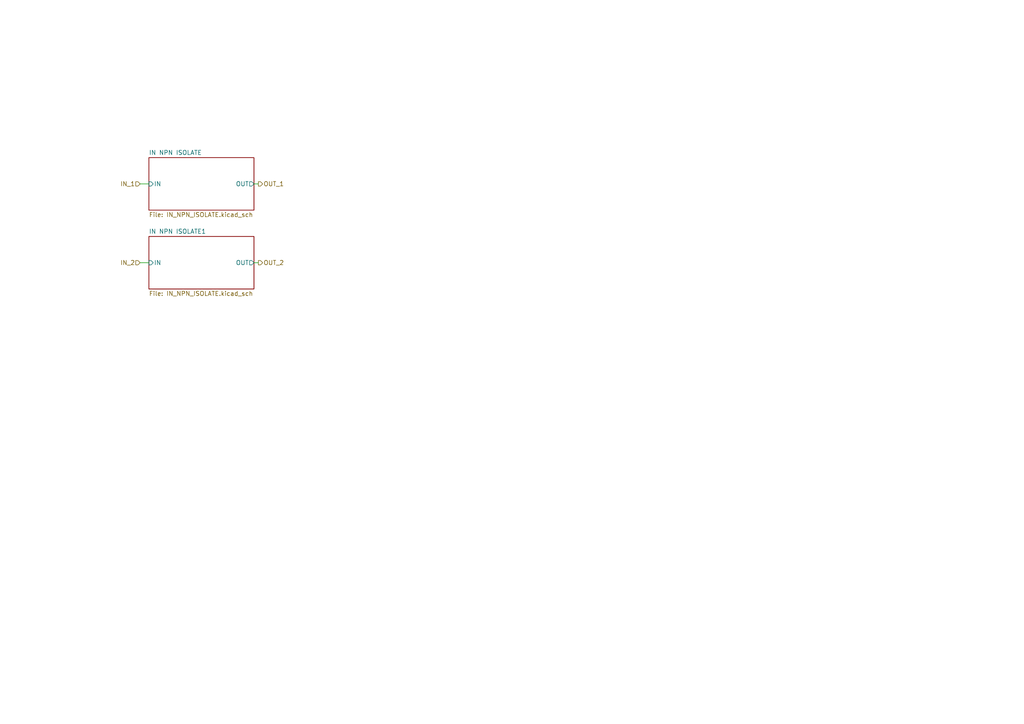
<source format=kicad_sch>
(kicad_sch
	(version 20250114)
	(generator "eeschema")
	(generator_version "9.0")
	(uuid "f2f7d9dd-7d06-4008-8cfe-31ba572057e6")
	(paper "A4")
	(lib_symbols)
	(wire
		(pts
			(xy 73.66 76.2) (xy 74.93 76.2)
		)
		(stroke
			(width 0)
			(type default)
		)
		(uuid "299287e1-fc0a-4b9b-8b29-4b73adcf706a")
	)
	(wire
		(pts
			(xy 40.64 76.2) (xy 43.18 76.2)
		)
		(stroke
			(width 0)
			(type default)
		)
		(uuid "5cff1a56-fab3-4287-b285-d3cf8ad68900")
	)
	(wire
		(pts
			(xy 73.66 53.34) (xy 74.93 53.34)
		)
		(stroke
			(width 0)
			(type default)
		)
		(uuid "63e66b52-8635-420c-8620-324bfedc6007")
	)
	(wire
		(pts
			(xy 40.64 53.34) (xy 43.18 53.34)
		)
		(stroke
			(width 0)
			(type default)
		)
		(uuid "f12bc30a-4e2f-4b89-a72d-dbca4caea3b9")
	)
	(hierarchical_label "IN_2"
		(shape input)
		(at 40.64 76.2 180)
		(effects
			(font
				(size 1.27 1.27)
			)
			(justify right)
		)
		(uuid "2df05baa-5c00-4222-86a2-5bbd85ec5336")
	)
	(hierarchical_label "IN_1"
		(shape input)
		(at 40.64 53.34 180)
		(effects
			(font
				(size 1.27 1.27)
			)
			(justify right)
		)
		(uuid "91f8d5a5-7fac-4e8b-80ca-62d9015165dc")
	)
	(hierarchical_label "OUT_1"
		(shape output)
		(at 74.93 53.34 0)
		(effects
			(font
				(size 1.27 1.27)
			)
			(justify left)
		)
		(uuid "9dda5187-afca-4ef3-a82f-7749158dc927")
	)
	(hierarchical_label "OUT_2"
		(shape output)
		(at 74.93 76.2 0)
		(effects
			(font
				(size 1.27 1.27)
			)
			(justify left)
		)
		(uuid "e6548241-e77d-4048-810a-ee42f0deeb08")
	)
	(sheet
		(at 43.18 45.72)
		(size 30.48 15.24)
		(exclude_from_sim no)
		(in_bom yes)
		(on_board yes)
		(dnp no)
		(fields_autoplaced yes)
		(stroke
			(width 0.1524)
			(type solid)
		)
		(fill
			(color 0 0 0 0.0000)
		)
		(uuid "cfc68b7d-28b2-4f7c-bf24-964d5bf4d383")
		(property "Sheetname" "IN NPN ISOLATE"
			(at 43.18 45.0084 0)
			(effects
				(font
					(size 1.27 1.27)
				)
				(justify left bottom)
			)
		)
		(property "Sheetfile" "IN_NPN_ISOLATE.kicad_sch"
			(at 43.18 61.5446 0)
			(effects
				(font
					(size 1.27 1.27)
				)
				(justify left top)
			)
		)
		(pin "OUT" output
			(at 73.66 53.34 0)
			(uuid "c3f7df9e-9b78-4503-af01-4d5513b21e08")
			(effects
				(font
					(size 1.27 1.27)
				)
				(justify right)
			)
		)
		(pin "IN" input
			(at 43.18 53.34 180)
			(uuid "9f8a4dc3-49f7-40a0-a129-071a9e65141e")
			(effects
				(font
					(size 1.27 1.27)
				)
				(justify left)
			)
		)
		(instances
			(project "NIVARA"
				(path "/6298d7d5-28da-40bf-9586-24a8e5c02b82/7ff0dada-fc46-483c-91ad-b264be8c64cf/754d74d2-29df-4ba7-837a-61e1e553964e"
					(page "22")
				)
			)
		)
	)
	(sheet
		(at 43.18 68.58)
		(size 30.48 15.24)
		(exclude_from_sim no)
		(in_bom yes)
		(on_board yes)
		(dnp no)
		(fields_autoplaced yes)
		(stroke
			(width 0.1524)
			(type solid)
		)
		(fill
			(color 0 0 0 0.0000)
		)
		(uuid "e70b5f1f-7a59-4395-aa20-db5639e91682")
		(property "Sheetname" "IN NPN ISOLATE1"
			(at 43.18 67.8684 0)
			(effects
				(font
					(size 1.27 1.27)
				)
				(justify left bottom)
			)
		)
		(property "Sheetfile" "IN_NPN_ISOLATE.kicad_sch"
			(at 43.18 84.4046 0)
			(effects
				(font
					(size 1.27 1.27)
				)
				(justify left top)
			)
		)
		(pin "OUT" output
			(at 73.66 76.2 0)
			(uuid "b4ea09d0-c5f2-44d3-bd51-9f0ab1a02e0f")
			(effects
				(font
					(size 1.27 1.27)
				)
				(justify right)
			)
		)
		(pin "IN" input
			(at 43.18 76.2 180)
			(uuid "22b80266-6882-4fea-9fe7-3ba84478a1fc")
			(effects
				(font
					(size 1.27 1.27)
				)
				(justify left)
			)
		)
		(instances
			(project "NIVARA"
				(path "/6298d7d5-28da-40bf-9586-24a8e5c02b82/7ff0dada-fc46-483c-91ad-b264be8c64cf/754d74d2-29df-4ba7-837a-61e1e553964e"
					(page "21")
				)
			)
		)
	)
)

</source>
